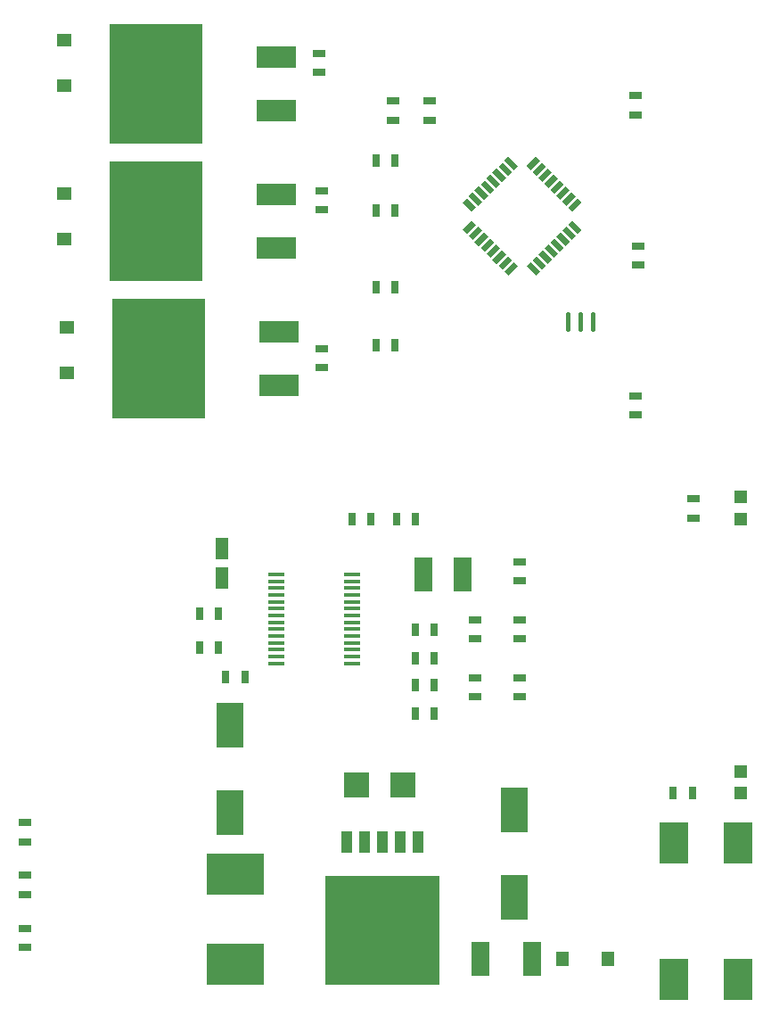
<source format=gbr>
G04 EAGLE Gerber RS-274X export*
G75*
%MOMM*%
%FSLAX34Y34*%
%LPD*%
%AMOC8*
5,1,8,0,0,1.08239X$1,22.5*%
G01*
%ADD10R,1.200000X1.200000*%
%ADD11R,1.270000X1.470000*%
%ADD12R,0.800000X1.200000*%
%ADD13R,1.780000X3.200000*%
%ADD14R,2.800000X2.400000*%
%ADD15R,2.799081X1.485900*%
%ADD16R,1.200000X0.800000*%
%ADD17R,1.470000X1.270000*%
%ADD18R,3.810000X2.082800*%
%ADD19R,8.890000X11.430000*%
%ADD20R,1.500000X0.400000*%
%ADD21R,1.700000X3.300000*%
%ADD22R,1.200000X2.000000*%
%ADD23R,1.270000X0.558800*%
%ADD24R,0.558800X1.270000*%
%ADD25C,0.450000*%
%ADD26R,2.500000X4.300000*%
%ADD27R,5.500000X4.000000*%
%ADD28R,10.800000X10.410000*%
%ADD29R,1.066800X2.159000*%
%ADD30R,2.400000X2.400000*%


D10*
X812500Y233000D03*
X812500Y212000D03*
D11*
X686500Y55000D03*
X643500Y55000D03*
D12*
X766500Y212500D03*
X748500Y212500D03*
D13*
X614900Y55000D03*
X565100Y55000D03*
D14*
X810000Y43000D03*
X810000Y157000D03*
X749000Y43000D03*
X749000Y157000D03*
D15*
X810000Y176391D03*
X748989Y176416D03*
X748989Y23610D03*
X810000Y23610D03*
D16*
X412500Y914000D03*
X412500Y896000D03*
D17*
X170000Y883500D03*
X170000Y926500D03*
D18*
X371400Y859600D03*
X371400Y910400D03*
D19*
X257100Y885000D03*
D16*
X712500Y589000D03*
X712500Y571000D03*
X715000Y731500D03*
X715000Y713500D03*
X415000Y784000D03*
X415000Y766000D03*
D17*
X170000Y738500D03*
X170000Y781500D03*
D18*
X371400Y729600D03*
X371400Y780400D03*
D19*
X257100Y755000D03*
D16*
X415000Y634000D03*
X415000Y616000D03*
D17*
X172500Y611000D03*
X172500Y654000D03*
D18*
X373900Y599600D03*
X373900Y650400D03*
D19*
X259600Y625000D03*
D16*
X712500Y874000D03*
X712500Y856000D03*
X132500Y184000D03*
X132500Y166000D03*
X132500Y134000D03*
X132500Y116000D03*
X132500Y84000D03*
X132500Y66000D03*
D20*
X371250Y419750D03*
X371250Y413250D03*
X371250Y406750D03*
X371250Y400250D03*
X371250Y393750D03*
X371250Y387250D03*
X371250Y380750D03*
X371250Y374250D03*
X371250Y367750D03*
X371250Y361250D03*
X371250Y354750D03*
X371250Y348250D03*
X371250Y341750D03*
X371250Y335250D03*
X443750Y335250D03*
X443750Y341750D03*
X443750Y348250D03*
X443750Y354750D03*
X443750Y361250D03*
X443750Y367750D03*
X443750Y374250D03*
X443750Y380750D03*
X443750Y387250D03*
X443750Y393750D03*
X443750Y400250D03*
X443750Y406750D03*
X443750Y413250D03*
X443750Y419750D03*
D12*
X316500Y350000D03*
X298500Y350000D03*
X316500Y382500D03*
X298500Y382500D03*
X341500Y322500D03*
X323500Y322500D03*
D21*
X511500Y420000D03*
X548500Y420000D03*
D12*
X503500Y340000D03*
X521500Y340000D03*
X503500Y367500D03*
X521500Y367500D03*
D16*
X560000Y358500D03*
X560000Y376500D03*
X602500Y358500D03*
X602500Y376500D03*
X602500Y303500D03*
X602500Y321500D03*
X560000Y303500D03*
X560000Y321500D03*
D12*
X521500Y315000D03*
X503500Y315000D03*
D16*
X602500Y431500D03*
X602500Y413500D03*
D12*
X521500Y287500D03*
X503500Y287500D03*
D22*
X320000Y416000D03*
X320000Y444000D03*
D12*
X504000Y472500D03*
X486000Y472500D03*
X461500Y472500D03*
X443500Y472500D03*
D16*
X482500Y869000D03*
X482500Y851000D03*
D12*
X466000Y812500D03*
X484000Y812500D03*
X466000Y765000D03*
X484000Y765000D03*
D16*
X767500Y491500D03*
X767500Y473500D03*
D10*
X812500Y493000D03*
X812500Y472000D03*
D23*
G36*
X613040Y716313D02*
X622019Y707334D01*
X618068Y703383D01*
X609089Y712362D01*
X613040Y716313D01*
G37*
G36*
X618697Y721970D02*
X627676Y712991D01*
X623725Y709040D01*
X614746Y718019D01*
X618697Y721970D01*
G37*
G36*
X624354Y727626D02*
X633333Y718647D01*
X629382Y714696D01*
X620403Y723675D01*
X624354Y727626D01*
G37*
G36*
X630011Y733283D02*
X638990Y724304D01*
X635039Y720353D01*
X626060Y729332D01*
X630011Y733283D01*
G37*
G36*
X635668Y738940D02*
X644647Y729961D01*
X640696Y726010D01*
X631717Y734989D01*
X635668Y738940D01*
G37*
G36*
X641325Y744597D02*
X650304Y735618D01*
X646353Y731667D01*
X637374Y740646D01*
X641325Y744597D01*
G37*
G36*
X646981Y750254D02*
X655960Y741275D01*
X652009Y737324D01*
X643030Y746303D01*
X646981Y750254D01*
G37*
G36*
X652638Y755911D02*
X661617Y746932D01*
X657666Y742981D01*
X648687Y751960D01*
X652638Y755911D01*
G37*
D24*
G36*
X657666Y777019D02*
X661617Y773068D01*
X652638Y764089D01*
X648687Y768040D01*
X657666Y777019D01*
G37*
G36*
X652009Y782676D02*
X655960Y778725D01*
X646981Y769746D01*
X643030Y773697D01*
X652009Y782676D01*
G37*
G36*
X646353Y788333D02*
X650304Y784382D01*
X641325Y775403D01*
X637374Y779354D01*
X646353Y788333D01*
G37*
G36*
X640696Y793990D02*
X644647Y790039D01*
X635668Y781060D01*
X631717Y785011D01*
X640696Y793990D01*
G37*
G36*
X635039Y799647D02*
X638990Y795696D01*
X630011Y786717D01*
X626060Y790668D01*
X635039Y799647D01*
G37*
G36*
X629382Y805304D02*
X633333Y801353D01*
X624354Y792374D01*
X620403Y796325D01*
X629382Y805304D01*
G37*
G36*
X623725Y810960D02*
X627676Y807009D01*
X618697Y798030D01*
X614746Y801981D01*
X623725Y810960D01*
G37*
G36*
X618068Y816617D02*
X622019Y812666D01*
X613040Y803687D01*
X609089Y807638D01*
X618068Y816617D01*
G37*
D23*
G36*
X591932Y816617D02*
X600911Y807638D01*
X596960Y803687D01*
X587981Y812666D01*
X591932Y816617D01*
G37*
G36*
X586275Y810960D02*
X595254Y801981D01*
X591303Y798030D01*
X582324Y807009D01*
X586275Y810960D01*
G37*
G36*
X580618Y805304D02*
X589597Y796325D01*
X585646Y792374D01*
X576667Y801353D01*
X580618Y805304D01*
G37*
G36*
X574961Y799647D02*
X583940Y790668D01*
X579989Y786717D01*
X571010Y795696D01*
X574961Y799647D01*
G37*
G36*
X569304Y793990D02*
X578283Y785011D01*
X574332Y781060D01*
X565353Y790039D01*
X569304Y793990D01*
G37*
G36*
X563647Y788333D02*
X572626Y779354D01*
X568675Y775403D01*
X559696Y784382D01*
X563647Y788333D01*
G37*
G36*
X557991Y782676D02*
X566970Y773697D01*
X563019Y769746D01*
X554040Y778725D01*
X557991Y782676D01*
G37*
G36*
X552334Y777019D02*
X561313Y768040D01*
X557362Y764089D01*
X548383Y773068D01*
X552334Y777019D01*
G37*
D24*
G36*
X557362Y755911D02*
X561313Y751960D01*
X552334Y742981D01*
X548383Y746932D01*
X557362Y755911D01*
G37*
G36*
X563019Y750254D02*
X566970Y746303D01*
X557991Y737324D01*
X554040Y741275D01*
X563019Y750254D01*
G37*
G36*
X568675Y744597D02*
X572626Y740646D01*
X563647Y731667D01*
X559696Y735618D01*
X568675Y744597D01*
G37*
G36*
X574332Y738940D02*
X578283Y734989D01*
X569304Y726010D01*
X565353Y729961D01*
X574332Y738940D01*
G37*
G36*
X579989Y733283D02*
X583940Y729332D01*
X574961Y720353D01*
X571010Y724304D01*
X579989Y733283D01*
G37*
G36*
X585646Y727626D02*
X589597Y723675D01*
X580618Y714696D01*
X576667Y718647D01*
X585646Y727626D01*
G37*
G36*
X591303Y721970D02*
X595254Y718019D01*
X586275Y709040D01*
X582324Y712991D01*
X591303Y721970D01*
G37*
G36*
X596960Y716313D02*
X600911Y712362D01*
X591932Y703383D01*
X587981Y707334D01*
X596960Y716313D01*
G37*
D16*
X517500Y869000D03*
X517500Y851000D03*
D12*
X484000Y692500D03*
X466000Y692500D03*
D25*
X648000Y667275D02*
X648000Y652725D01*
X660000Y652725D02*
X660000Y667275D01*
X672000Y667275D02*
X672000Y652725D01*
D12*
X484000Y637500D03*
X466000Y637500D03*
D26*
X327500Y193500D03*
X327500Y276500D03*
X597500Y113500D03*
X597500Y196500D03*
D27*
X332500Y135000D03*
X332500Y50000D03*
D28*
X472500Y82100D03*
D29*
X506536Y165412D03*
X489518Y165412D03*
X472500Y165412D03*
X455482Y165412D03*
X438464Y165412D03*
D30*
X492000Y220000D03*
X448000Y220000D03*
M02*

</source>
